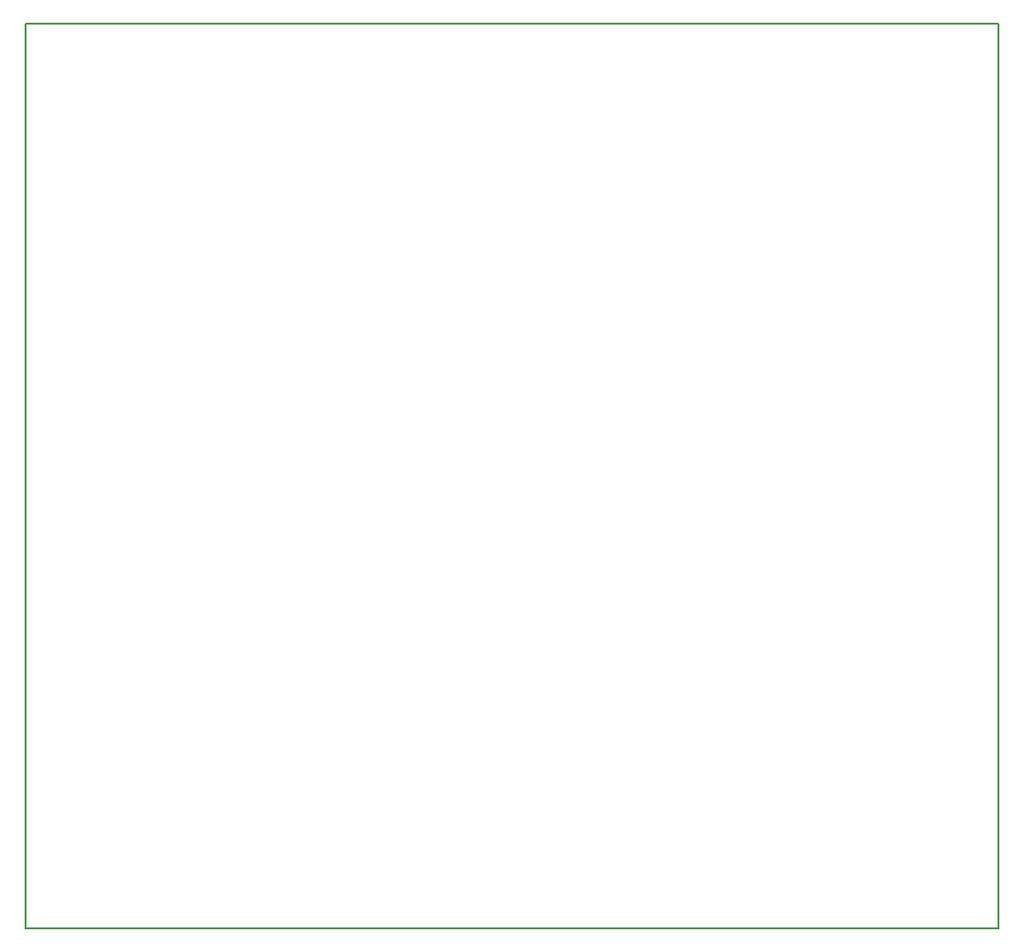
<source format=gm1>
G04 #@! TF.GenerationSoftware,KiCad,Pcbnew,6.0.0-rc1-unknown-f1b2855~84~ubuntu16.04.1*
G04 #@! TF.CreationDate,2018-10-23T11:27:57+08:00*
G04 #@! TF.ProjectId,ovc2_mobo,6F7663325F6D6F626F2E6B696361645F,rev?*
G04 #@! TF.SameCoordinates,Original*
G04 #@! TF.FileFunction,Profile,NP*
%FSLAX46Y46*%
G04 Gerber Fmt 4.6, Leading zero omitted, Abs format (unit mm)*
G04 Created by KiCad (PCBNEW 6.0.0-rc1-unknown-f1b2855~84~ubuntu16.04.1) date Tue 23 Oct 2018 11:27:57 AM +08*
%MOMM*%
%LPD*%
G01*
G04 APERTURE LIST*
%ADD10C,0.150000*%
G04 APERTURE END LIST*
D10*
X181500000Y-55500000D02*
X94500000Y-55500000D01*
X181509136Y-136487730D02*
X181500000Y-55500000D01*
X94509136Y-136487730D02*
X181509136Y-136487730D01*
X94500000Y-55500000D02*
X94509136Y-136487730D01*
M02*

</source>
